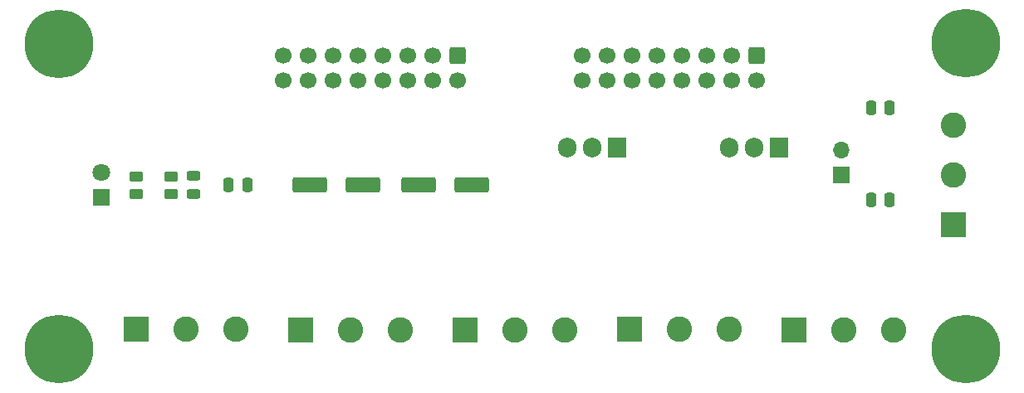
<source format=gbr>
%TF.GenerationSoftware,KiCad,Pcbnew,(6.0.0-0)*%
%TF.CreationDate,2022-12-13T21:11:07-05:00*%
%TF.ProjectId,power-module,706f7765-722d-46d6-9f64-756c652e6b69,rev?*%
%TF.SameCoordinates,Original*%
%TF.FileFunction,Soldermask,Top*%
%TF.FilePolarity,Negative*%
%FSLAX46Y46*%
G04 Gerber Fmt 4.6, Leading zero omitted, Abs format (unit mm)*
G04 Created by KiCad (PCBNEW (6.0.0-0)) date 2022-12-13 21:11:07*
%MOMM*%
%LPD*%
G01*
G04 APERTURE LIST*
G04 Aperture macros list*
%AMRoundRect*
0 Rectangle with rounded corners*
0 $1 Rounding radius*
0 $2 $3 $4 $5 $6 $7 $8 $9 X,Y pos of 4 corners*
0 Add a 4 corners polygon primitive as box body*
4,1,4,$2,$3,$4,$5,$6,$7,$8,$9,$2,$3,0*
0 Add four circle primitives for the rounded corners*
1,1,$1+$1,$2,$3*
1,1,$1+$1,$4,$5*
1,1,$1+$1,$6,$7*
1,1,$1+$1,$8,$9*
0 Add four rect primitives between the rounded corners*
20,1,$1+$1,$2,$3,$4,$5,0*
20,1,$1+$1,$4,$5,$6,$7,0*
20,1,$1+$1,$6,$7,$8,$9,0*
20,1,$1+$1,$8,$9,$2,$3,0*%
G04 Aperture macros list end*
%ADD10C,1.700000*%
%ADD11RoundRect,0.250000X-0.600000X0.600000X-0.600000X-0.600000X0.600000X-0.600000X0.600000X0.600000X0*%
%ADD12C,0.800000*%
%ADD13C,7.000000*%
%ADD14R,2.600000X2.600000*%
%ADD15C,2.600000*%
%ADD16RoundRect,0.250000X0.450000X-0.262500X0.450000X0.262500X-0.450000X0.262500X-0.450000X-0.262500X0*%
%ADD17R,1.800000X1.800000*%
%ADD18C,1.800000*%
%ADD19O,1.905000X2.000000*%
%ADD20R,1.905000X2.000000*%
%ADD21R,1.700000X1.700000*%
%ADD22O,1.700000X1.700000*%
%ADD23RoundRect,0.243750X0.456250X-0.243750X0.456250X0.243750X-0.456250X0.243750X-0.456250X-0.243750X0*%
%ADD24RoundRect,0.250000X-1.500000X-0.550000X1.500000X-0.550000X1.500000X0.550000X-1.500000X0.550000X0*%
%ADD25RoundRect,0.250000X-0.250000X-0.475000X0.250000X-0.475000X0.250000X0.475000X-0.250000X0.475000X0*%
%ADD26RoundRect,0.250000X0.250000X0.475000X-0.250000X0.475000X-0.250000X-0.475000X0.250000X-0.475000X0*%
G04 APERTURE END LIST*
D10*
%TO.C,J8*%
X79756000Y-69596000D03*
X82296000Y-69596000D03*
X84836000Y-69596000D03*
X87376000Y-69596000D03*
X89916000Y-69596000D03*
X92456000Y-69596000D03*
X94996000Y-69596000D03*
X97536000Y-69596000D03*
X79756000Y-67056000D03*
X82296000Y-67056000D03*
X84836000Y-67056000D03*
X87376000Y-67056000D03*
X89916000Y-67056000D03*
X92456000Y-67056000D03*
X94996000Y-67056000D03*
D11*
X97536000Y-67056000D03*
%TD*%
D12*
%TO.C,REF\u002A\u002A*%
X149352000Y-63161000D03*
X149352000Y-68411000D03*
X146727000Y-65786000D03*
X147495845Y-67642155D03*
X147495845Y-63929845D03*
X151977000Y-65786000D03*
X151208155Y-67642155D03*
X151208155Y-63929845D03*
D13*
X149352000Y-65786000D03*
%TD*%
%TO.C,REF\u002A\u002A*%
X149352000Y-97028000D03*
D12*
X151208155Y-95171845D03*
X151208155Y-98884155D03*
X151977000Y-97028000D03*
X147495845Y-95171845D03*
X147495845Y-98884155D03*
X146727000Y-97028000D03*
X149352000Y-99653000D03*
X149352000Y-94403000D03*
%TD*%
D13*
%TO.C,REF\u002A\u002A*%
X56896000Y-97028000D03*
D12*
X58752155Y-95171845D03*
X58752155Y-98884155D03*
X59521000Y-97028000D03*
X55039845Y-95171845D03*
X55039845Y-98884155D03*
X54271000Y-97028000D03*
X56896000Y-99653000D03*
X56896000Y-94403000D03*
%TD*%
%TO.C,REF\u002A\u002A*%
X58752155Y-64008000D03*
X56896000Y-63239155D03*
X55039845Y-64008000D03*
X54271000Y-65864155D03*
X55039845Y-67720310D03*
X56896000Y-68489155D03*
X58752155Y-67720310D03*
X59521000Y-65864155D03*
D13*
X56896000Y-65864155D03*
%TD*%
D14*
%TO.C,J7*%
X64775000Y-94996000D03*
D15*
X69855000Y-94996000D03*
X74935000Y-94996000D03*
%TD*%
D16*
%TO.C,R2*%
X64770000Y-81181500D03*
X64770000Y-79356500D03*
%TD*%
D17*
%TO.C,D2*%
X61214000Y-81539000D03*
D18*
X61214000Y-78999000D03*
%TD*%
D14*
%TO.C,J6*%
X81534000Y-95047000D03*
D15*
X86614000Y-95047000D03*
X91694000Y-95047000D03*
%TD*%
D14*
%TO.C,J5*%
X98298000Y-95047000D03*
D15*
X103378000Y-95047000D03*
X108458000Y-95047000D03*
%TD*%
D14*
%TO.C,J4*%
X131831000Y-95047000D03*
D15*
X136911000Y-95047000D03*
X141991000Y-95047000D03*
%TD*%
D14*
%TO.C,J3*%
X115067000Y-94996000D03*
D15*
X120147000Y-94996000D03*
X125227000Y-94996000D03*
%TD*%
D14*
%TO.C,J1*%
X148133000Y-84333000D03*
D15*
X148133000Y-79253000D03*
X148133000Y-74173000D03*
%TD*%
D19*
%TO.C,U2*%
X125222000Y-76454000D03*
X127762000Y-76454000D03*
D20*
X130302000Y-76454000D03*
%TD*%
D19*
%TO.C,U1*%
X108712000Y-76454000D03*
X111252000Y-76454000D03*
D20*
X113792000Y-76454000D03*
%TD*%
D21*
%TO.C,SW1*%
X136652000Y-79253000D03*
D22*
X136652000Y-76713000D03*
%TD*%
D16*
%TO.C,R1*%
X68326000Y-81176500D03*
X68326000Y-79351500D03*
%TD*%
D10*
%TO.C,J2*%
X110236000Y-69596000D03*
X112776000Y-69596000D03*
X115316000Y-69596000D03*
X117856000Y-69596000D03*
X120396000Y-69596000D03*
X122936000Y-69596000D03*
X125476000Y-69596000D03*
X128016000Y-69596000D03*
X110236000Y-67056000D03*
X112776000Y-67056000D03*
X115316000Y-67056000D03*
X117856000Y-67056000D03*
X120396000Y-67056000D03*
X122936000Y-67056000D03*
X125476000Y-67056000D03*
D11*
X128016000Y-67056000D03*
%TD*%
D23*
%TO.C,D1*%
X70612000Y-81201500D03*
X70612000Y-79326500D03*
%TD*%
D24*
%TO.C,C5*%
X82484000Y-80264000D03*
X87884000Y-80264000D03*
%TD*%
%TO.C,C4*%
X93566000Y-80264000D03*
X98966000Y-80264000D03*
%TD*%
D25*
%TO.C,C3*%
X74234000Y-80264000D03*
X76134000Y-80264000D03*
%TD*%
D26*
%TO.C,C2*%
X139700000Y-72390000D03*
X141600000Y-72390000D03*
%TD*%
%TO.C,C1*%
X141600000Y-81788000D03*
X139700000Y-81788000D03*
%TD*%
M02*

</source>
